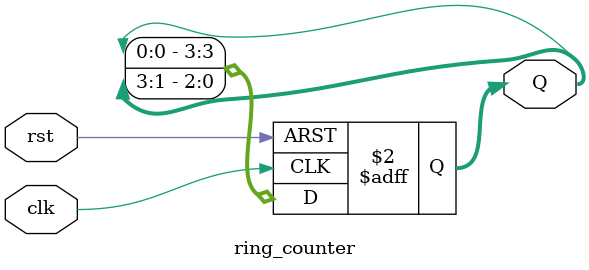
<source format=v>
`timescale 1ns / 1ps


module ring_counter(input clk,rst,output reg [3:0]Q);
always@(posedge clk,posedge rst)
begin
if (rst)
    Q=4'b1000;
else
    Q<={Q[0],Q[3:1]};

end

endmodule

</source>
